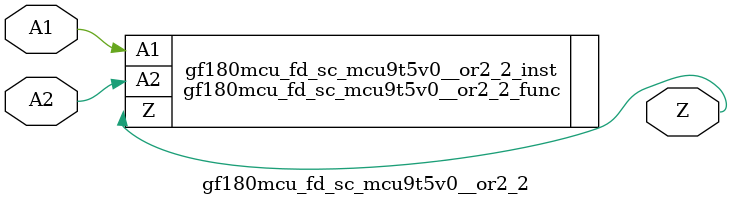
<source format=v>

module gf180mcu_fd_sc_mcu9t5v0__or2_2( A1, A2, Z );
input A1, A2;
output Z;

   `ifdef FUNCTIONAL  //  functional //

	gf180mcu_fd_sc_mcu9t5v0__or2_2_func gf180mcu_fd_sc_mcu9t5v0__or2_2_behav_inst(.A1(A1),.A2(A2),.Z(Z));

   `else

	gf180mcu_fd_sc_mcu9t5v0__or2_2_func gf180mcu_fd_sc_mcu9t5v0__or2_2_inst(.A1(A1),.A2(A2),.Z(Z));

	// spec_gates_begin


	// spec_gates_end



   specify

	// specify_block_begin

	// comb arc A1 --> Z
	 (A1 => Z) = (1.0,1.0);

	// comb arc A2 --> Z
	 (A2 => Z) = (1.0,1.0);

	// specify_block_end

   endspecify

   `endif

endmodule

</source>
